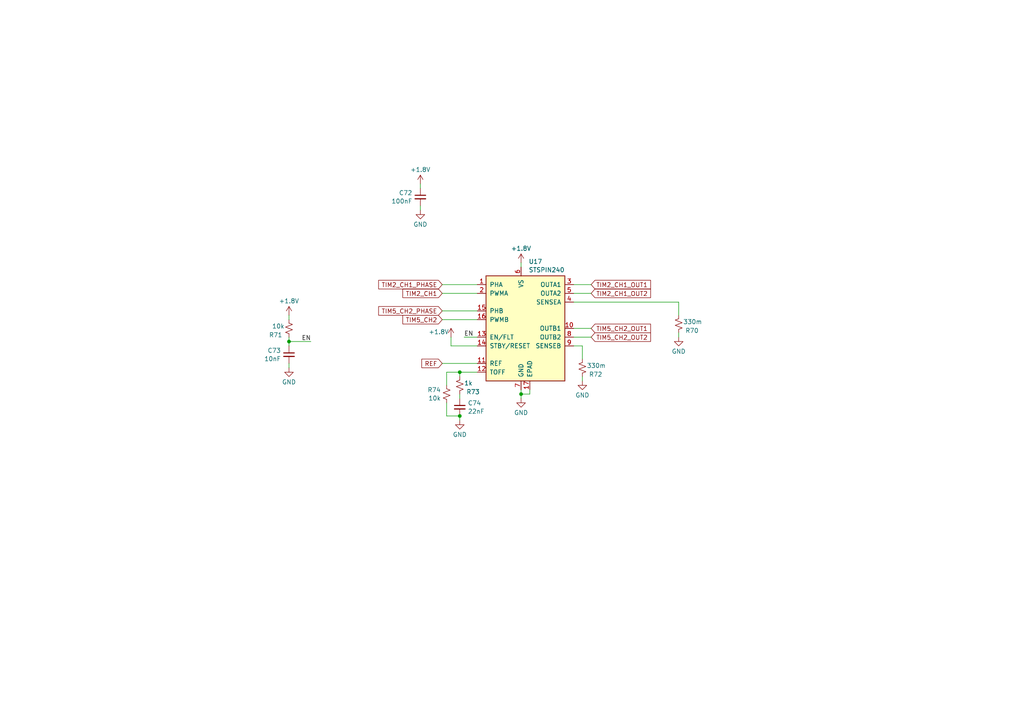
<source format=kicad_sch>
(kicad_sch
	(version 20231120)
	(generator "eeschema")
	(generator_version "8.0")
	(uuid "678b9aec-26bf-4f27-ba87-71e2ec76edda")
	(paper "A4")
	(lib_symbols
		(symbol "Device:C_Small"
			(pin_numbers hide)
			(pin_names
				(offset 0.254) hide)
			(exclude_from_sim no)
			(in_bom yes)
			(on_board yes)
			(property "Reference" "C"
				(at 0.254 1.778 0)
				(effects
					(font
						(size 1.27 1.27)
					)
					(justify left)
				)
			)
			(property "Value" "C_Small"
				(at 0.254 -2.032 0)
				(effects
					(font
						(size 1.27 1.27)
					)
					(justify left)
				)
			)
			(property "Footprint" ""
				(at 0 0 0)
				(effects
					(font
						(size 1.27 1.27)
					)
					(hide yes)
				)
			)
			(property "Datasheet" "~"
				(at 0 0 0)
				(effects
					(font
						(size 1.27 1.27)
					)
					(hide yes)
				)
			)
			(property "Description" "Unpolarized capacitor, small symbol"
				(at 0 0 0)
				(effects
					(font
						(size 1.27 1.27)
					)
					(hide yes)
				)
			)
			(property "ki_keywords" "capacitor cap"
				(at 0 0 0)
				(effects
					(font
						(size 1.27 1.27)
					)
					(hide yes)
				)
			)
			(property "ki_fp_filters" "C_*"
				(at 0 0 0)
				(effects
					(font
						(size 1.27 1.27)
					)
					(hide yes)
				)
			)
			(symbol "C_Small_0_1"
				(polyline
					(pts
						(xy -1.524 -0.508) (xy 1.524 -0.508)
					)
					(stroke
						(width 0.3302)
						(type default)
					)
					(fill
						(type none)
					)
				)
				(polyline
					(pts
						(xy -1.524 0.508) (xy 1.524 0.508)
					)
					(stroke
						(width 0.3048)
						(type default)
					)
					(fill
						(type none)
					)
				)
			)
			(symbol "C_Small_1_1"
				(pin passive line
					(at 0 2.54 270)
					(length 2.032)
					(name "~"
						(effects
							(font
								(size 1.27 1.27)
							)
						)
					)
					(number "1"
						(effects
							(font
								(size 1.27 1.27)
							)
						)
					)
				)
				(pin passive line
					(at 0 -2.54 90)
					(length 2.032)
					(name "~"
						(effects
							(font
								(size 1.27 1.27)
							)
						)
					)
					(number "2"
						(effects
							(font
								(size 1.27 1.27)
							)
						)
					)
				)
			)
		)
		(symbol "Device:R_Small_US"
			(pin_numbers hide)
			(pin_names
				(offset 0.254) hide)
			(exclude_from_sim no)
			(in_bom yes)
			(on_board yes)
			(property "Reference" "R"
				(at 0.762 0.508 0)
				(effects
					(font
						(size 1.27 1.27)
					)
					(justify left)
				)
			)
			(property "Value" "R_Small_US"
				(at 0.762 -1.016 0)
				(effects
					(font
						(size 1.27 1.27)
					)
					(justify left)
				)
			)
			(property "Footprint" ""
				(at 0 0 0)
				(effects
					(font
						(size 1.27 1.27)
					)
					(hide yes)
				)
			)
			(property "Datasheet" "~"
				(at 0 0 0)
				(effects
					(font
						(size 1.27 1.27)
					)
					(hide yes)
				)
			)
			(property "Description" "Resistor, small US symbol"
				(at 0 0 0)
				(effects
					(font
						(size 1.27 1.27)
					)
					(hide yes)
				)
			)
			(property "ki_keywords" "r resistor"
				(at 0 0 0)
				(effects
					(font
						(size 1.27 1.27)
					)
					(hide yes)
				)
			)
			(property "ki_fp_filters" "R_*"
				(at 0 0 0)
				(effects
					(font
						(size 1.27 1.27)
					)
					(hide yes)
				)
			)
			(symbol "R_Small_US_1_1"
				(polyline
					(pts
						(xy 0 0) (xy 1.016 -0.381) (xy 0 -0.762) (xy -1.016 -1.143) (xy 0 -1.524)
					)
					(stroke
						(width 0)
						(type default)
					)
					(fill
						(type none)
					)
				)
				(polyline
					(pts
						(xy 0 1.524) (xy 1.016 1.143) (xy 0 0.762) (xy -1.016 0.381) (xy 0 0)
					)
					(stroke
						(width 0)
						(type default)
					)
					(fill
						(type none)
					)
				)
				(pin passive line
					(at 0 2.54 270)
					(length 1.016)
					(name "~"
						(effects
							(font
								(size 1.27 1.27)
							)
						)
					)
					(number "1"
						(effects
							(font
								(size 1.27 1.27)
							)
						)
					)
				)
				(pin passive line
					(at 0 -2.54 90)
					(length 1.016)
					(name "~"
						(effects
							(font
								(size 1.27 1.27)
							)
						)
					)
					(number "2"
						(effects
							(font
								(size 1.27 1.27)
							)
						)
					)
				)
			)
		)
		(symbol "Driver_Motor:STSPIN240"
			(pin_names
				(offset 1.016)
			)
			(exclude_from_sim no)
			(in_bom yes)
			(on_board yes)
			(property "Reference" "U"
				(at -10.16 16.51 0)
				(effects
					(font
						(size 1.27 1.27)
					)
					(justify left)
				)
			)
			(property "Value" "STSPIN240"
				(at 5.08 16.51 0)
				(effects
					(font
						(size 1.27 1.27)
					)
					(justify left)
				)
			)
			(property "Footprint" "Package_DFN_QFN:VQFN-16-1EP_3x3mm_P0.5mm_EP1.8x1.8mm"
				(at 5.08 19.05 0)
				(effects
					(font
						(size 1.27 1.27)
					)
					(justify left)
					(hide yes)
				)
			)
			(property "Datasheet" "www.st.com/resource/en/datasheet/stspin240.pdf"
				(at 3.81 6.35 0)
				(effects
					(font
						(size 1.27 1.27)
					)
					(hide yes)
				)
			)
			(property "Description" "Low voltage dual brush DC motor driver, 1.8V to 10V input, 1.3Arms output, 0.4Ω Rdson per phase (typical), QFN-16 package"
				(at 0 0 0)
				(effects
					(font
						(size 1.27 1.27)
					)
					(hide yes)
				)
			)
			(property "ki_keywords" "motor driver dc brushed"
				(at 0 0 0)
				(effects
					(font
						(size 1.27 1.27)
					)
					(hide yes)
				)
			)
			(property "ki_fp_filters" "VQFN*1EP*3x3mm*P0.5mm*"
				(at 0 0 0)
				(effects
					(font
						(size 1.27 1.27)
					)
					(hide yes)
				)
			)
			(symbol "STSPIN240_0_1"
				(rectangle
					(start -10.16 15.24)
					(end 12.7 -15.24)
					(stroke
						(width 0.254)
						(type default)
					)
					(fill
						(type background)
					)
				)
			)
			(symbol "STSPIN240_1_1"
				(pin input line
					(at -12.7 12.7 0)
					(length 2.54)
					(name "PHA"
						(effects
							(font
								(size 1.27 1.27)
							)
						)
					)
					(number "1"
						(effects
							(font
								(size 1.27 1.27)
							)
						)
					)
				)
				(pin power_out line
					(at 15.24 0 180)
					(length 2.54)
					(name "OUTB1"
						(effects
							(font
								(size 1.27 1.27)
							)
						)
					)
					(number "10"
						(effects
							(font
								(size 1.27 1.27)
							)
						)
					)
				)
				(pin input line
					(at -12.7 -10.16 0)
					(length 2.54)
					(name "REF"
						(effects
							(font
								(size 1.27 1.27)
							)
						)
					)
					(number "11"
						(effects
							(font
								(size 1.27 1.27)
							)
						)
					)
				)
				(pin input line
					(at -12.7 -12.7 0)
					(length 2.54)
					(name "TOFF"
						(effects
							(font
								(size 1.27 1.27)
							)
						)
					)
					(number "12"
						(effects
							(font
								(size 1.27 1.27)
							)
						)
					)
				)
				(pin bidirectional line
					(at -12.7 -2.54 0)
					(length 2.54)
					(name "EN/FLT"
						(effects
							(font
								(size 1.27 1.27)
							)
						)
					)
					(number "13"
						(effects
							(font
								(size 1.27 1.27)
							)
						)
					)
				)
				(pin input line
					(at -12.7 -5.08 0)
					(length 2.54)
					(name "STBY/RESET"
						(effects
							(font
								(size 1.27 1.27)
							)
						)
					)
					(number "14"
						(effects
							(font
								(size 1.27 1.27)
							)
						)
					)
				)
				(pin input line
					(at -12.7 5.08 0)
					(length 2.54)
					(name "PHB"
						(effects
							(font
								(size 1.27 1.27)
							)
						)
					)
					(number "15"
						(effects
							(font
								(size 1.27 1.27)
							)
						)
					)
				)
				(pin input line
					(at -12.7 2.54 0)
					(length 2.54)
					(name "PWMB"
						(effects
							(font
								(size 1.27 1.27)
							)
						)
					)
					(number "16"
						(effects
							(font
								(size 1.27 1.27)
							)
						)
					)
				)
				(pin power_in line
					(at 2.54 -17.78 90)
					(length 2.54)
					(name "EPAD"
						(effects
							(font
								(size 1.27 1.27)
							)
						)
					)
					(number "17"
						(effects
							(font
								(size 1.27 1.27)
							)
						)
					)
				)
				(pin input line
					(at -12.7 10.16 0)
					(length 2.54)
					(name "PWMA"
						(effects
							(font
								(size 1.27 1.27)
							)
						)
					)
					(number "2"
						(effects
							(font
								(size 1.27 1.27)
							)
						)
					)
				)
				(pin power_out line
					(at 15.24 12.7 180)
					(length 2.54)
					(name "OUTA1"
						(effects
							(font
								(size 1.27 1.27)
							)
						)
					)
					(number "3"
						(effects
							(font
								(size 1.27 1.27)
							)
						)
					)
				)
				(pin power_out line
					(at 15.24 7.62 180)
					(length 2.54)
					(name "SENSEA"
						(effects
							(font
								(size 1.27 1.27)
							)
						)
					)
					(number "4"
						(effects
							(font
								(size 1.27 1.27)
							)
						)
					)
				)
				(pin power_out line
					(at 15.24 10.16 180)
					(length 2.54)
					(name "OUTA2"
						(effects
							(font
								(size 1.27 1.27)
							)
						)
					)
					(number "5"
						(effects
							(font
								(size 1.27 1.27)
							)
						)
					)
				)
				(pin power_in line
					(at 0 17.78 270)
					(length 2.54)
					(name "VS"
						(effects
							(font
								(size 1.27 1.27)
							)
						)
					)
					(number "6"
						(effects
							(font
								(size 1.27 1.27)
							)
						)
					)
				)
				(pin power_in line
					(at 0 -17.78 90)
					(length 2.54)
					(name "GND"
						(effects
							(font
								(size 1.27 1.27)
							)
						)
					)
					(number "7"
						(effects
							(font
								(size 1.27 1.27)
							)
						)
					)
				)
				(pin power_out line
					(at 15.24 -2.54 180)
					(length 2.54)
					(name "OUTB2"
						(effects
							(font
								(size 1.27 1.27)
							)
						)
					)
					(number "8"
						(effects
							(font
								(size 1.27 1.27)
							)
						)
					)
				)
				(pin power_out line
					(at 15.24 -5.08 180)
					(length 2.54)
					(name "SENSEB"
						(effects
							(font
								(size 1.27 1.27)
							)
						)
					)
					(number "9"
						(effects
							(font
								(size 1.27 1.27)
							)
						)
					)
				)
			)
		)
		(symbol "power:+1V8"
			(power)
			(pin_names
				(offset 0)
			)
			(exclude_from_sim no)
			(in_bom yes)
			(on_board yes)
			(property "Reference" "#PWR"
				(at 0 -3.81 0)
				(effects
					(font
						(size 1.27 1.27)
					)
					(hide yes)
				)
			)
			(property "Value" "+1V8"
				(at 0 3.556 0)
				(effects
					(font
						(size 1.27 1.27)
					)
				)
			)
			(property "Footprint" ""
				(at 0 0 0)
				(effects
					(font
						(size 1.27 1.27)
					)
					(hide yes)
				)
			)
			(property "Datasheet" ""
				(at 0 0 0)
				(effects
					(font
						(size 1.27 1.27)
					)
					(hide yes)
				)
			)
			(property "Description" "Power symbol creates a global label with name \"+1V8\""
				(at 0 0 0)
				(effects
					(font
						(size 1.27 1.27)
					)
					(hide yes)
				)
			)
			(property "ki_keywords" "global power"
				(at 0 0 0)
				(effects
					(font
						(size 1.27 1.27)
					)
					(hide yes)
				)
			)
			(symbol "+1V8_0_1"
				(polyline
					(pts
						(xy -0.762 1.27) (xy 0 2.54)
					)
					(stroke
						(width 0)
						(type default)
					)
					(fill
						(type none)
					)
				)
				(polyline
					(pts
						(xy 0 0) (xy 0 2.54)
					)
					(stroke
						(width 0)
						(type default)
					)
					(fill
						(type none)
					)
				)
				(polyline
					(pts
						(xy 0 2.54) (xy 0.762 1.27)
					)
					(stroke
						(width 0)
						(type default)
					)
					(fill
						(type none)
					)
				)
			)
			(symbol "+1V8_1_1"
				(pin power_in line
					(at 0 0 90)
					(length 0) hide
					(name "+1V8"
						(effects
							(font
								(size 1.27 1.27)
							)
						)
					)
					(number "1"
						(effects
							(font
								(size 1.27 1.27)
							)
						)
					)
				)
			)
		)
		(symbol "power:GND"
			(power)
			(pin_names
				(offset 0)
			)
			(exclude_from_sim no)
			(in_bom yes)
			(on_board yes)
			(property "Reference" "#PWR"
				(at 0 -6.35 0)
				(effects
					(font
						(size 1.27 1.27)
					)
					(hide yes)
				)
			)
			(property "Value" "GND"
				(at 0 -3.81 0)
				(effects
					(font
						(size 1.27 1.27)
					)
				)
			)
			(property "Footprint" ""
				(at 0 0 0)
				(effects
					(font
						(size 1.27 1.27)
					)
					(hide yes)
				)
			)
			(property "Datasheet" ""
				(at 0 0 0)
				(effects
					(font
						(size 1.27 1.27)
					)
					(hide yes)
				)
			)
			(property "Description" "Power symbol creates a global label with name \"GND\" , ground"
				(at 0 0 0)
				(effects
					(font
						(size 1.27 1.27)
					)
					(hide yes)
				)
			)
			(property "ki_keywords" "global power"
				(at 0 0 0)
				(effects
					(font
						(size 1.27 1.27)
					)
					(hide yes)
				)
			)
			(symbol "GND_0_1"
				(polyline
					(pts
						(xy 0 0) (xy 0 -1.27) (xy 1.27 -1.27) (xy 0 -2.54) (xy -1.27 -1.27) (xy 0 -1.27)
					)
					(stroke
						(width 0)
						(type default)
					)
					(fill
						(type none)
					)
				)
			)
			(symbol "GND_1_1"
				(pin power_in line
					(at 0 0 270)
					(length 0) hide
					(name "GND"
						(effects
							(font
								(size 1.27 1.27)
							)
						)
					)
					(number "1"
						(effects
							(font
								(size 1.27 1.27)
							)
						)
					)
				)
			)
		)
	)
	(junction
		(at 133.35 120.65)
		(diameter 0)
		(color 0 0 0 0)
		(uuid "42d6576e-fadb-4563-9fc6-3a42c8f7e3c8")
	)
	(junction
		(at 133.35 107.95)
		(diameter 0)
		(color 0 0 0 0)
		(uuid "667f0bd6-b12d-4faa-987f-927ccb27679f")
	)
	(junction
		(at 151.13 114.3)
		(diameter 0)
		(color 0 0 0 0)
		(uuid "b8536958-cabd-4320-bfca-2face8fcc9a7")
	)
	(junction
		(at 83.82 99.06)
		(diameter 0)
		(color 0 0 0 0)
		(uuid "d7e75411-1de3-452c-afc2-da1331c922c2")
	)
	(wire
		(pts
			(xy 151.13 76.2) (xy 151.13 77.47)
		)
		(stroke
			(width 0)
			(type default)
		)
		(uuid "0df78f29-7091-44f6-a730-ef372ed57675")
	)
	(wire
		(pts
			(xy 133.35 107.95) (xy 133.35 109.22)
		)
		(stroke
			(width 0)
			(type default)
		)
		(uuid "136b5161-d7ef-4375-aa91-e102651a4665")
	)
	(wire
		(pts
			(xy 168.91 100.33) (xy 166.37 100.33)
		)
		(stroke
			(width 0)
			(type default)
		)
		(uuid "154c620a-04df-4b2c-84d6-36da2c79bbea")
	)
	(wire
		(pts
			(xy 121.92 59.69) (xy 121.92 60.96)
		)
		(stroke
			(width 0)
			(type default)
		)
		(uuid "1ea7bd63-8734-448b-980b-014f4ca342f1")
	)
	(wire
		(pts
			(xy 133.35 114.3) (xy 133.35 115.57)
		)
		(stroke
			(width 0)
			(type default)
		)
		(uuid "2081ed10-af47-4487-84ed-017469b4fdb8")
	)
	(wire
		(pts
			(xy 128.27 92.71) (xy 138.43 92.71)
		)
		(stroke
			(width 0)
			(type default)
		)
		(uuid "24beaf91-e7d3-4e03-a638-690a46340679")
	)
	(wire
		(pts
			(xy 168.91 109.22) (xy 168.91 110.49)
		)
		(stroke
			(width 0)
			(type default)
		)
		(uuid "32926c58-e476-43b4-99b4-f50b1bd7289c")
	)
	(wire
		(pts
			(xy 83.82 99.06) (xy 83.82 100.33)
		)
		(stroke
			(width 0)
			(type default)
		)
		(uuid "3421b40e-45e7-4ac7-915c-5c46804131b9")
	)
	(wire
		(pts
			(xy 129.54 120.65) (xy 133.35 120.65)
		)
		(stroke
			(width 0)
			(type default)
		)
		(uuid "416fd5ac-a650-418e-931e-fcded8135e33")
	)
	(wire
		(pts
			(xy 128.27 90.17) (xy 138.43 90.17)
		)
		(stroke
			(width 0)
			(type default)
		)
		(uuid "424cc603-8d4e-4823-ae49-81b1618ee283")
	)
	(wire
		(pts
			(xy 168.91 104.14) (xy 168.91 100.33)
		)
		(stroke
			(width 0)
			(type default)
		)
		(uuid "48380410-9649-43e2-908f-c3ad67ad29b7")
	)
	(wire
		(pts
			(xy 151.13 113.03) (xy 151.13 114.3)
		)
		(stroke
			(width 0)
			(type default)
		)
		(uuid "5cf3c158-a797-45ff-8d5c-d0d1fafe3a22")
	)
	(wire
		(pts
			(xy 83.82 105.41) (xy 83.82 106.68)
		)
		(stroke
			(width 0)
			(type default)
		)
		(uuid "63b91a7c-7c95-4637-acd6-fcc77520c5dc")
	)
	(wire
		(pts
			(xy 196.85 87.63) (xy 196.85 91.44)
		)
		(stroke
			(width 0)
			(type default)
		)
		(uuid "6e4cef16-5184-4768-b13c-e683484dc67d")
	)
	(wire
		(pts
			(xy 129.54 107.95) (xy 133.35 107.95)
		)
		(stroke
			(width 0)
			(type default)
		)
		(uuid "7a2f5d6d-f89b-4009-be9b-50d00f32949b")
	)
	(wire
		(pts
			(xy 128.27 82.55) (xy 138.43 82.55)
		)
		(stroke
			(width 0)
			(type default)
		)
		(uuid "803c6951-769d-4787-a8a8-9d5548901c73")
	)
	(wire
		(pts
			(xy 121.92 53.34) (xy 121.92 54.61)
		)
		(stroke
			(width 0)
			(type default)
		)
		(uuid "81df2ca9-c94f-4f2b-a3c6-fd7d2f5cd330")
	)
	(wire
		(pts
			(xy 171.45 97.79) (xy 166.37 97.79)
		)
		(stroke
			(width 0)
			(type default)
		)
		(uuid "86b89144-a35d-4606-bee6-e66409accc8b")
	)
	(wire
		(pts
			(xy 138.43 97.79) (xy 134.62 97.79)
		)
		(stroke
			(width 0)
			(type default)
		)
		(uuid "87ebdfcb-394e-45c3-bb85-92d5e78fab56")
	)
	(wire
		(pts
			(xy 128.27 85.09) (xy 138.43 85.09)
		)
		(stroke
			(width 0)
			(type default)
		)
		(uuid "8e1f1e4d-a6da-4aa4-97a4-ceec37ac802b")
	)
	(wire
		(pts
			(xy 171.45 82.55) (xy 166.37 82.55)
		)
		(stroke
			(width 0)
			(type default)
		)
		(uuid "9073e5b9-c9af-4baa-b7cc-01e4e0e8170f")
	)
	(wire
		(pts
			(xy 133.35 107.95) (xy 138.43 107.95)
		)
		(stroke
			(width 0)
			(type default)
		)
		(uuid "af0d2cc6-489d-454c-9b05-ca897f917682")
	)
	(wire
		(pts
			(xy 130.81 100.33) (xy 138.43 100.33)
		)
		(stroke
			(width 0)
			(type default)
		)
		(uuid "b17469f9-4bfa-4158-bb7d-36070dad954a")
	)
	(wire
		(pts
			(xy 130.81 97.79) (xy 130.81 100.33)
		)
		(stroke
			(width 0)
			(type default)
		)
		(uuid "b99a87d4-af7a-4089-919c-45c7b3e63e22")
	)
	(wire
		(pts
			(xy 83.82 97.79) (xy 83.82 99.06)
		)
		(stroke
			(width 0)
			(type default)
		)
		(uuid "bab4188a-e630-4411-9ebd-0ebfae15cdb7")
	)
	(wire
		(pts
			(xy 171.45 85.09) (xy 166.37 85.09)
		)
		(stroke
			(width 0)
			(type default)
		)
		(uuid "bdd1b05d-dd6b-43d2-8213-f03d27a27000")
	)
	(wire
		(pts
			(xy 151.13 114.3) (xy 151.13 115.57)
		)
		(stroke
			(width 0)
			(type default)
		)
		(uuid "c05a63b7-2286-49ac-88b8-9c002ca85a9b")
	)
	(wire
		(pts
			(xy 196.85 87.63) (xy 166.37 87.63)
		)
		(stroke
			(width 0)
			(type default)
		)
		(uuid "c703d5d0-28ac-450a-9e81-ebc92b083f82")
	)
	(wire
		(pts
			(xy 128.27 105.41) (xy 138.43 105.41)
		)
		(stroke
			(width 0)
			(type default)
		)
		(uuid "d35195cc-7528-460d-9bc1-1c284727c64a")
	)
	(wire
		(pts
			(xy 129.54 116.84) (xy 129.54 120.65)
		)
		(stroke
			(width 0)
			(type default)
		)
		(uuid "df4c6b07-3cee-4d76-82ac-68278b1b2a0b")
	)
	(wire
		(pts
			(xy 83.82 91.44) (xy 83.82 92.71)
		)
		(stroke
			(width 0)
			(type default)
		)
		(uuid "e0f0e4df-3c11-491b-8c83-7b2feb1c5868")
	)
	(wire
		(pts
			(xy 153.67 114.3) (xy 153.67 113.03)
		)
		(stroke
			(width 0)
			(type default)
		)
		(uuid "e511d5ce-c0d6-4f17-bf9c-e17cd78b2211")
	)
	(wire
		(pts
			(xy 83.82 99.06) (xy 90.17 99.06)
		)
		(stroke
			(width 0)
			(type default)
		)
		(uuid "e535f119-b11d-44d9-8320-a66c01ce3ac1")
	)
	(wire
		(pts
			(xy 129.54 107.95) (xy 129.54 111.76)
		)
		(stroke
			(width 0)
			(type default)
		)
		(uuid "ea7df6dd-d206-4b50-ba0f-4867bd8d5e3c")
	)
	(wire
		(pts
			(xy 196.85 96.52) (xy 196.85 97.79)
		)
		(stroke
			(width 0)
			(type default)
		)
		(uuid "eedb8325-9b7d-43e3-aeb3-3c1bcc0fd479")
	)
	(wire
		(pts
			(xy 151.13 114.3) (xy 153.67 114.3)
		)
		(stroke
			(width 0)
			(type default)
		)
		(uuid "f25e5032-c755-44ef-8098-cb8f9e78830f")
	)
	(wire
		(pts
			(xy 171.45 95.25) (xy 166.37 95.25)
		)
		(stroke
			(width 0)
			(type default)
		)
		(uuid "f53cb537-a4c1-47fa-b30f-4b9840c5326a")
	)
	(wire
		(pts
			(xy 133.35 121.92) (xy 133.35 120.65)
		)
		(stroke
			(width 0)
			(type default)
		)
		(uuid "fcb6524b-ad1e-4656-ace8-fb400e227a7f")
	)
	(label "EN"
		(at 134.62 97.79 0)
		(fields_autoplaced yes)
		(effects
			(font
				(size 1.27 1.27)
			)
			(justify left bottom)
		)
		(uuid "2d735b23-4b75-4cc8-8522-77b72559e13e")
	)
	(label "EN"
		(at 90.17 99.06 180)
		(fields_autoplaced yes)
		(effects
			(font
				(size 1.27 1.27)
			)
			(justify right bottom)
		)
		(uuid "fc3e2e52-2328-484c-bc85-8e920ea7a8f4")
	)
	(global_label "TIM2_CH1_OUT2"
		(shape input)
		(at 171.45 85.09 0)
		(fields_autoplaced yes)
		(effects
			(font
				(size 1.27 1.27)
			)
			(justify left)
		)
		(uuid "1219b311-4e49-47f8-b8a0-2f7e736e920e")
		(property "Intersheetrefs" "${INTERSHEET_REFS}"
			(at 189.2518 85.09 0)
			(effects
				(font
					(size 1.27 1.27)
				)
				(justify left)
				(hide yes)
			)
		)
	)
	(global_label "TIM5_CH2"
		(shape input)
		(at 128.27 92.71 180)
		(fields_autoplaced yes)
		(effects
			(font
				(size 1.27 1.27)
			)
			(justify right)
		)
		(uuid "58b2eda6-4dac-4b30-9252-55102a16717b")
		(property "Intersheetrefs" "${INTERSHEET_REFS}"
			(at 116.2739 92.71 0)
			(effects
				(font
					(size 1.27 1.27)
				)
				(justify right)
				(hide yes)
			)
		)
	)
	(global_label "TIM5_CH2_PHASE"
		(shape input)
		(at 128.27 90.17 180)
		(fields_autoplaced yes)
		(effects
			(font
				(size 1.27 1.27)
			)
			(justify right)
		)
		(uuid "8b813cc2-a0aa-4d22-9809-183b5a09753d")
		(property "Intersheetrefs" "${INTERSHEET_REFS}"
			(at 109.2587 90.17 0)
			(effects
				(font
					(size 1.27 1.27)
				)
				(justify right)
				(hide yes)
			)
		)
	)
	(global_label "REF"
		(shape input)
		(at 128.27 105.41 180)
		(fields_autoplaced yes)
		(effects
			(font
				(size 1.27 1.27)
			)
			(justify right)
		)
		(uuid "a0dc2bc4-5b4f-4c18-86e8-8fa5de828bae")
		(property "Intersheetrefs" "${INTERSHEET_REFS}"
			(at 121.7772 105.41 0)
			(effects
				(font
					(size 1.27 1.27)
				)
				(justify right)
				(hide yes)
			)
		)
	)
	(global_label "TIM2_CH1_PHASE"
		(shape input)
		(at 128.27 82.55 180)
		(fields_autoplaced yes)
		(effects
			(font
				(size 1.27 1.27)
			)
			(justify right)
		)
		(uuid "a4881ba1-4837-43a5-b98c-30b78eaa4774")
		(property "Intersheetrefs" "${INTERSHEET_REFS}"
			(at 109.2587 82.55 0)
			(effects
				(font
					(size 1.27 1.27)
				)
				(justify right)
				(hide yes)
			)
		)
	)
	(global_label "TIM2_CH1_OUT1"
		(shape input)
		(at 171.45 82.55 0)
		(fields_autoplaced yes)
		(effects
			(font
				(size 1.27 1.27)
			)
			(justify left)
		)
		(uuid "b0662ef8-b2c3-41f7-9a17-4993036bf029")
		(property "Intersheetrefs" "${INTERSHEET_REFS}"
			(at 189.2518 82.55 0)
			(effects
				(font
					(size 1.27 1.27)
				)
				(justify left)
				(hide yes)
			)
		)
	)
	(global_label "TIM2_CH1"
		(shape input)
		(at 128.27 85.09 180)
		(fields_autoplaced yes)
		(effects
			(font
				(size 1.27 1.27)
			)
			(justify right)
		)
		(uuid "b6dee8e1-f56e-4501-a1ed-fa3e6493b6f5")
		(property "Intersheetrefs" "${INTERSHEET_REFS}"
			(at 116.2739 85.09 0)
			(effects
				(font
					(size 1.27 1.27)
				)
				(justify right)
				(hide yes)
			)
		)
	)
	(global_label "TIM5_CH2_OUT2"
		(shape input)
		(at 171.45 97.79 0)
		(fields_autoplaced yes)
		(effects
			(font
				(size 1.27 1.27)
			)
			(justify left)
		)
		(uuid "d17ebb9f-01c8-4fbc-9d84-cc898731f5b3")
		(property "Intersheetrefs" "${INTERSHEET_REFS}"
			(at 189.2518 97.79 0)
			(effects
				(font
					(size 1.27 1.27)
				)
				(justify left)
				(hide yes)
			)
		)
	)
	(global_label "TIM5_CH2_OUT1"
		(shape input)
		(at 171.45 95.25 0)
		(fields_autoplaced yes)
		(effects
			(font
				(size 1.27 1.27)
			)
			(justify left)
		)
		(uuid "f8963444-618f-4bee-82bc-40583917ca01")
		(property "Intersheetrefs" "${INTERSHEET_REFS}"
			(at 189.2518 95.25 0)
			(effects
				(font
					(size 1.27 1.27)
				)
				(justify left)
				(hide yes)
			)
		)
	)
	(symbol
		(lib_id "Device:R_Small_US")
		(at 133.35 111.76 0)
		(mirror y)
		(unit 1)
		(exclude_from_sim no)
		(in_bom yes)
		(on_board yes)
		(dnp no)
		(uuid "08d3599f-af0c-44bb-81d5-91e8f1f358cf")
		(property "Reference" "R73"
			(at 135.255 113.665 0)
			(effects
				(font
					(size 1.27 1.27)
				)
				(justify right)
			)
		)
		(property "Value" "1k"
			(at 134.62 111.125 0)
			(effects
				(font
					(size 1.27 1.27)
				)
				(justify right)
			)
		)
		(property "Footprint" "Resistor_SMD:R_0402_1005Metric"
			(at 133.35 111.76 0)
			(effects
				(font
					(size 1.27 1.27)
				)
				(hide yes)
			)
		)
		(property "Datasheet" "~"
			(at 133.35 111.76 0)
			(effects
				(font
					(size 1.27 1.27)
				)
				(hide yes)
			)
		)
		(property "Description" ""
			(at 133.35 111.76 0)
			(effects
				(font
					(size 1.27 1.27)
				)
				(hide yes)
			)
		)
		(property "LCSC" "C11702"
			(at 133.35 111.76 0)
			(effects
				(font
					(size 1.27 1.27)
				)
				(hide yes)
			)
		)
		(pin "1"
			(uuid "520cc536-f2af-4093-9c89-99c22b303949")
		)
		(pin "2"
			(uuid "6d27895e-5584-4a35-a191-ef74435461a2")
		)
		(instances
			(project "kasm_pcb_rev2"
				(path "/b88f3414-095b-412c-ac5e-63ceec91c7e6/2d3f9a94-2f4e-4d4f-b431-cd37d3bb57a3/dc97e6a2-efc9-4beb-840f-d6ce80725a44"
					(reference "R73")
					(unit 1)
				)
			)
		)
	)
	(symbol
		(lib_id "power:GND")
		(at 151.13 115.57 0)
		(unit 1)
		(exclude_from_sim no)
		(in_bom yes)
		(on_board yes)
		(dnp no)
		(uuid "0999cc4d-196e-43d7-9300-6dc4805e5618")
		(property "Reference" "#PWR0174"
			(at 151.13 121.92 0)
			(effects
				(font
					(size 1.27 1.27)
				)
				(hide yes)
			)
		)
		(property "Value" "GND"
			(at 151.13 119.7031 0)
			(effects
				(font
					(size 1.27 1.27)
				)
			)
		)
		(property "Footprint" ""
			(at 151.13 115.57 0)
			(effects
				(font
					(size 1.27 1.27)
				)
				(hide yes)
			)
		)
		(property "Datasheet" ""
			(at 151.13 115.57 0)
			(effects
				(font
					(size 1.27 1.27)
				)
				(hide yes)
			)
		)
		(property "Description" ""
			(at 151.13 115.57 0)
			(effects
				(font
					(size 1.27 1.27)
				)
				(hide yes)
			)
		)
		(pin "1"
			(uuid "01c8d304-92ab-4c38-9ee6-bb49e7f47521")
		)
		(instances
			(project "kasm_pcb_rev2"
				(path "/b88f3414-095b-412c-ac5e-63ceec91c7e6/2d3f9a94-2f4e-4d4f-b431-cd37d3bb57a3/dc97e6a2-efc9-4beb-840f-d6ce80725a44"
					(reference "#PWR0174")
					(unit 1)
				)
			)
		)
	)
	(symbol
		(lib_id "Device:R_Small_US")
		(at 196.85 93.98 0)
		(mirror y)
		(unit 1)
		(exclude_from_sim no)
		(in_bom yes)
		(on_board yes)
		(dnp no)
		(uuid "0c943832-355b-4dd2-80d1-86cc87ab732c")
		(property "Reference" "R70"
			(at 198.755 95.885 0)
			(effects
				(font
					(size 1.27 1.27)
				)
				(justify right)
			)
		)
		(property "Value" "330m"
			(at 198.12 93.345 0)
			(effects
				(font
					(size 1.27 1.27)
				)
				(justify right)
			)
		)
		(property "Footprint" "Resistor_SMD:R_0402_1005Metric"
			(at 196.85 93.98 0)
			(effects
				(font
					(size 1.27 1.27)
				)
				(hide yes)
			)
		)
		(property "Datasheet" "~"
			(at 196.85 93.98 0)
			(effects
				(font
					(size 1.27 1.27)
				)
				(hide yes)
			)
		)
		(property "Description" ""
			(at 196.85 93.98 0)
			(effects
				(font
					(size 1.27 1.27)
				)
				(hide yes)
			)
		)
		(property "LCSC" "C332660"
			(at 196.85 93.98 0)
			(effects
				(font
					(size 1.27 1.27)
				)
				(hide yes)
			)
		)
		(pin "1"
			(uuid "57d730c9-355f-4784-b711-036a1073d2a4")
		)
		(pin "2"
			(uuid "b0acd83e-7dfa-44f5-8902-f6cbfe4aaaab")
		)
		(instances
			(project "kasm_pcb_rev2"
				(path "/b88f3414-095b-412c-ac5e-63ceec91c7e6/2d3f9a94-2f4e-4d4f-b431-cd37d3bb57a3/dc97e6a2-efc9-4beb-840f-d6ce80725a44"
					(reference "R70")
					(unit 1)
				)
			)
		)
	)
	(symbol
		(lib_id "power:GND")
		(at 133.35 121.92 0)
		(unit 1)
		(exclude_from_sim no)
		(in_bom yes)
		(on_board yes)
		(dnp no)
		(uuid "14826b93-6e2a-40a6-8261-c4025ad4b572")
		(property "Reference" "#PWR0175"
			(at 133.35 128.27 0)
			(effects
				(font
					(size 1.27 1.27)
				)
				(hide yes)
			)
		)
		(property "Value" "GND"
			(at 133.35 126.0531 0)
			(effects
				(font
					(size 1.27 1.27)
				)
			)
		)
		(property "Footprint" ""
			(at 133.35 121.92 0)
			(effects
				(font
					(size 1.27 1.27)
				)
				(hide yes)
			)
		)
		(property "Datasheet" ""
			(at 133.35 121.92 0)
			(effects
				(font
					(size 1.27 1.27)
				)
				(hide yes)
			)
		)
		(property "Description" ""
			(at 133.35 121.92 0)
			(effects
				(font
					(size 1.27 1.27)
				)
				(hide yes)
			)
		)
		(pin "1"
			(uuid "e8b8079c-b48f-4a26-a36d-ad370f272bfa")
		)
		(instances
			(project "kasm_pcb_rev2"
				(path "/b88f3414-095b-412c-ac5e-63ceec91c7e6/2d3f9a94-2f4e-4d4f-b431-cd37d3bb57a3/dc97e6a2-efc9-4beb-840f-d6ce80725a44"
					(reference "#PWR0175")
					(unit 1)
				)
			)
		)
	)
	(symbol
		(lib_id "Device:R_Small_US")
		(at 83.82 95.25 0)
		(unit 1)
		(exclude_from_sim no)
		(in_bom yes)
		(on_board yes)
		(dnp no)
		(uuid "23119a32-3781-4e14-9518-f3722f383c32")
		(property "Reference" "R71"
			(at 81.915 97.155 0)
			(effects
				(font
					(size 1.27 1.27)
				)
				(justify right)
			)
		)
		(property "Value" "10k"
			(at 82.55 94.615 0)
			(effects
				(font
					(size 1.27 1.27)
				)
				(justify right)
			)
		)
		(property "Footprint" "Resistor_SMD:R_0402_1005Metric"
			(at 83.82 95.25 0)
			(effects
				(font
					(size 1.27 1.27)
				)
				(hide yes)
			)
		)
		(property "Datasheet" "~"
			(at 83.82 95.25 0)
			(effects
				(font
					(size 1.27 1.27)
				)
				(hide yes)
			)
		)
		(property "Description" ""
			(at 83.82 95.25 0)
			(effects
				(font
					(size 1.27 1.27)
				)
				(hide yes)
			)
		)
		(property "LCSC" "C25744"
			(at 83.82 95.25 0)
			(effects
				(font
					(size 1.27 1.27)
				)
				(hide yes)
			)
		)
		(pin "1"
			(uuid "d81662fd-b7ee-4cd3-835e-4201edb14a83")
		)
		(pin "2"
			(uuid "161611a2-a90e-4351-9765-90a80e4e7081")
		)
		(instances
			(project "kasm_pcb_rev2"
				(path "/b88f3414-095b-412c-ac5e-63ceec91c7e6/2d3f9a94-2f4e-4d4f-b431-cd37d3bb57a3/dc97e6a2-efc9-4beb-840f-d6ce80725a44"
					(reference "R71")
					(unit 1)
				)
			)
		)
	)
	(symbol
		(lib_id "power:+1V8")
		(at 130.81 97.79 0)
		(unit 1)
		(exclude_from_sim no)
		(in_bom yes)
		(on_board yes)
		(dnp no)
		(uuid "47419cb7-ae1c-489c-b519-ae9a5c0d2b1e")
		(property "Reference" "#PWR0170"
			(at 130.81 101.6 0)
			(effects
				(font
					(size 1.27 1.27)
				)
				(hide yes)
			)
		)
		(property "Value" "+1.8V"
			(at 127.254 96.266 0)
			(effects
				(font
					(size 1.27 1.27)
				)
			)
		)
		(property "Footprint" ""
			(at 130.81 97.79 0)
			(effects
				(font
					(size 1.27 1.27)
				)
				(hide yes)
			)
		)
		(property "Datasheet" ""
			(at 130.81 97.79 0)
			(effects
				(font
					(size 1.27 1.27)
				)
				(hide yes)
			)
		)
		(property "Description" ""
			(at 130.81 97.79 0)
			(effects
				(font
					(size 1.27 1.27)
				)
				(hide yes)
			)
		)
		(pin "1"
			(uuid "053ca9e1-1fa5-4cbe-93b1-01fdae85988d")
		)
		(instances
			(project "kasm_pcb_rev2"
				(path "/b88f3414-095b-412c-ac5e-63ceec91c7e6/2d3f9a94-2f4e-4d4f-b431-cd37d3bb57a3/dc97e6a2-efc9-4beb-840f-d6ce80725a44"
					(reference "#PWR0170")
					(unit 1)
				)
			)
		)
	)
	(symbol
		(lib_id "Device:R_Small_US")
		(at 168.91 106.68 0)
		(mirror y)
		(unit 1)
		(exclude_from_sim no)
		(in_bom yes)
		(on_board yes)
		(dnp no)
		(uuid "573e37f4-27b0-4a2f-aa61-feaccf55e8aa")
		(property "Reference" "R72"
			(at 170.815 108.585 0)
			(effects
				(font
					(size 1.27 1.27)
				)
				(justify right)
			)
		)
		(property "Value" "330m"
			(at 170.18 106.045 0)
			(effects
				(font
					(size 1.27 1.27)
				)
				(justify right)
			)
		)
		(property "Footprint" "Resistor_SMD:R_0402_1005Metric"
			(at 168.91 106.68 0)
			(effects
				(font
					(size 1.27 1.27)
				)
				(hide yes)
			)
		)
		(property "Datasheet" "~"
			(at 168.91 106.68 0)
			(effects
				(font
					(size 1.27 1.27)
				)
				(hide yes)
			)
		)
		(property "Description" ""
			(at 168.91 106.68 0)
			(effects
				(font
					(size 1.27 1.27)
				)
				(hide yes)
			)
		)
		(property "LCSC" "C332660"
			(at 168.91 106.68 0)
			(effects
				(font
					(size 1.27 1.27)
				)
				(hide yes)
			)
		)
		(pin "1"
			(uuid "deb5ea79-eada-4ab9-8293-e45ffe29325b")
		)
		(pin "2"
			(uuid "9fb9f794-63ce-4561-8109-da4072feb646")
		)
		(instances
			(project "kasm_pcb_rev2"
				(path "/b88f3414-095b-412c-ac5e-63ceec91c7e6/2d3f9a94-2f4e-4d4f-b431-cd37d3bb57a3/dc97e6a2-efc9-4beb-840f-d6ce80725a44"
					(reference "R72")
					(unit 1)
				)
			)
		)
	)
	(symbol
		(lib_id "Device:C_Small")
		(at 83.82 102.87 0)
		(mirror y)
		(unit 1)
		(exclude_from_sim no)
		(in_bom yes)
		(on_board yes)
		(dnp no)
		(uuid "8bbefa2f-93dc-492f-a9f9-ce6467de0313")
		(property "Reference" "C73"
			(at 81.4959 101.6642 0)
			(effects
				(font
					(size 1.27 1.27)
				)
				(justify left)
			)
		)
		(property "Value" "10nF"
			(at 81.4959 104.0884 0)
			(effects
				(font
					(size 1.27 1.27)
				)
				(justify left)
			)
		)
		(property "Footprint" "Capacitor_SMD:C_0402_1005Metric"
			(at 83.82 102.87 0)
			(effects
				(font
					(size 1.27 1.27)
				)
				(hide yes)
			)
		)
		(property "Datasheet" "~"
			(at 83.82 102.87 0)
			(effects
				(font
					(size 1.27 1.27)
				)
				(hide yes)
			)
		)
		(property "Description" ""
			(at 83.82 102.87 0)
			(effects
				(font
					(size 1.27 1.27)
				)
				(hide yes)
			)
		)
		(property "LCSC" "C15195"
			(at 83.82 102.87 0)
			(effects
				(font
					(size 1.27 1.27)
				)
				(hide yes)
			)
		)
		(pin "1"
			(uuid "4a0b128f-1011-4cfc-a4f9-a184f8f367cb")
		)
		(pin "2"
			(uuid "7ee64186-dbfa-4b56-9658-efb851b27027")
		)
		(instances
			(project "kasm_pcb_rev2"
				(path "/b88f3414-095b-412c-ac5e-63ceec91c7e6/2d3f9a94-2f4e-4d4f-b431-cd37d3bb57a3/dc97e6a2-efc9-4beb-840f-d6ce80725a44"
					(reference "C73")
					(unit 1)
				)
			)
		)
	)
	(symbol
		(lib_id "Device:C_Small")
		(at 133.35 118.11 0)
		(unit 1)
		(exclude_from_sim no)
		(in_bom yes)
		(on_board yes)
		(dnp no)
		(uuid "a4b32b01-09cd-40d7-b4bd-05e6b14c732a")
		(property "Reference" "C74"
			(at 135.6741 116.9042 0)
			(effects
				(font
					(size 1.27 1.27)
				)
				(justify left)
			)
		)
		(property "Value" "22nF"
			(at 135.6741 119.3284 0)
			(effects
				(font
					(size 1.27 1.27)
				)
				(justify left)
			)
		)
		(property "Footprint" "Capacitor_SMD:C_0402_1005Metric"
			(at 133.35 118.11 0)
			(effects
				(font
					(size 1.27 1.27)
				)
				(hide yes)
			)
		)
		(property "Datasheet" "~"
			(at 133.35 118.11 0)
			(effects
				(font
					(size 1.27 1.27)
				)
				(hide yes)
			)
		)
		(property "Description" ""
			(at 133.35 118.11 0)
			(effects
				(font
					(size 1.27 1.27)
				)
				(hide yes)
			)
		)
		(property "LCSC" "C1532"
			(at 133.35 118.11 0)
			(effects
				(font
					(size 1.27 1.27)
				)
				(hide yes)
			)
		)
		(pin "1"
			(uuid "8b85e93a-1364-406f-b041-5332cdf1f0d7")
		)
		(pin "2"
			(uuid "1180bcc9-8394-4f27-9980-bdad24b10085")
		)
		(instances
			(project "kasm_pcb_rev2"
				(path "/b88f3414-095b-412c-ac5e-63ceec91c7e6/2d3f9a94-2f4e-4d4f-b431-cd37d3bb57a3/dc97e6a2-efc9-4beb-840f-d6ce80725a44"
					(reference "C74")
					(unit 1)
				)
			)
		)
	)
	(symbol
		(lib_id "power:GND")
		(at 83.82 106.68 0)
		(unit 1)
		(exclude_from_sim no)
		(in_bom yes)
		(on_board yes)
		(dnp no)
		(uuid "a7e209d7-8814-4e15-94e5-c596746dcf1c")
		(property "Reference" "#PWR0172"
			(at 83.82 113.03 0)
			(effects
				(font
					(size 1.27 1.27)
				)
				(hide yes)
			)
		)
		(property "Value" "GND"
			(at 83.82 110.8131 0)
			(effects
				(font
					(size 1.27 1.27)
				)
			)
		)
		(property "Footprint" ""
			(at 83.82 106.68 0)
			(effects
				(font
					(size 1.27 1.27)
				)
				(hide yes)
			)
		)
		(property "Datasheet" ""
			(at 83.82 106.68 0)
			(effects
				(font
					(size 1.27 1.27)
				)
				(hide yes)
			)
		)
		(property "Description" ""
			(at 83.82 106.68 0)
			(effects
				(font
					(size 1.27 1.27)
				)
				(hide yes)
			)
		)
		(pin "1"
			(uuid "92a6c475-de20-49ef-86de-68ef71c69e89")
		)
		(instances
			(project "kasm_pcb_rev2"
				(path "/b88f3414-095b-412c-ac5e-63ceec91c7e6/2d3f9a94-2f4e-4d4f-b431-cd37d3bb57a3/dc97e6a2-efc9-4beb-840f-d6ce80725a44"
					(reference "#PWR0172")
					(unit 1)
				)
			)
		)
	)
	(symbol
		(lib_id "Device:R_Small_US")
		(at 129.54 114.3 0)
		(unit 1)
		(exclude_from_sim no)
		(in_bom yes)
		(on_board yes)
		(dnp no)
		(uuid "bfdc5db9-5620-48b6-9bf6-89e3bdf3214f")
		(property "Reference" "R74"
			(at 127.889 113.0879 0)
			(effects
				(font
					(size 1.27 1.27)
				)
				(justify right)
			)
		)
		(property "Value" "10k"
			(at 127.889 115.5121 0)
			(effects
				(font
					(size 1.27 1.27)
				)
				(justify right)
			)
		)
		(property "Footprint" "Resistor_SMD:R_0402_1005Metric"
			(at 129.54 114.3 0)
			(effects
				(font
					(size 1.27 1.27)
				)
				(hide yes)
			)
		)
		(property "Datasheet" "~"
			(at 129.54 114.3 0)
			(effects
				(font
					(size 1.27 1.27)
				)
				(hide yes)
			)
		)
		(property "Description" ""
			(at 129.54 114.3 0)
			(effects
				(font
					(size 1.27 1.27)
				)
				(hide yes)
			)
		)
		(property "LCSC" "C25744"
			(at 129.54 114.3 0)
			(effects
				(font
					(size 1.27 1.27)
				)
				(hide yes)
			)
		)
		(pin "1"
			(uuid "c274c463-e395-48cd-84fd-43c321901939")
		)
		(pin "2"
			(uuid "40177d0b-163d-4b7d-bc14-a96a14938c86")
		)
		(instances
			(project "kasm_pcb_rev2"
				(path "/b88f3414-095b-412c-ac5e-63ceec91c7e6/2d3f9a94-2f4e-4d4f-b431-cd37d3bb57a3/dc97e6a2-efc9-4beb-840f-d6ce80725a44"
					(reference "R74")
					(unit 1)
				)
			)
		)
	)
	(symbol
		(lib_id "Driver_Motor:STSPIN240")
		(at 151.13 95.25 0)
		(unit 1)
		(exclude_from_sim no)
		(in_bom yes)
		(on_board yes)
		(dnp no)
		(fields_autoplaced yes)
		(uuid "c7502d99-2115-45f9-a2ef-a076462238a5")
		(property "Reference" "U17"
			(at 153.3241 75.8655 0)
			(effects
				(font
					(size 1.27 1.27)
				)
				(justify left)
			)
		)
		(property "Value" "STSPIN240"
			(at 153.3241 78.2898 0)
			(effects
				(font
					(size 1.27 1.27)
				)
				(justify left)
			)
		)
		(property "Footprint" "Package_DFN_QFN:VQFN-16-1EP_3x3mm_P0.5mm_EP1.8x1.8mm"
			(at 156.21 76.2 0)
			(effects
				(font
					(size 1.27 1.27)
				)
				(justify left)
				(hide yes)
			)
		)
		(property "Datasheet" "www.st.com/resource/en/datasheet/stspin240.pdf"
			(at 154.94 88.9 0)
			(effects
				(font
					(size 1.27 1.27)
				)
				(hide yes)
			)
		)
		(property "Description" "Low voltage dual brush DC motor driver, 1.8V to 10V input, 1.3Arms output, 0.4Ω Rdson per phase (typical), QFN-16 package"
			(at 151.13 95.25 0)
			(effects
				(font
					(size 1.27 1.27)
				)
				(hide yes)
			)
		)
		(property "LCSC" "C962258"
			(at 151.13 95.25 0)
			(effects
				(font
					(size 1.27 1.27)
				)
				(hide yes)
			)
		)
		(pin "3"
			(uuid "fe9d407e-f7c4-4d26-83bf-e859ae563953")
		)
		(pin "1"
			(uuid "30ac2a83-2a74-4171-a3a8-2d0ae77ce84e")
		)
		(pin "11"
			(uuid "e8cf5615-f468-42e5-b764-8378300ae2c0")
		)
		(pin "16"
			(uuid "343aae0f-2418-414b-9e98-d73fb55bc60f")
		)
		(pin "5"
			(uuid "3f95d406-0c66-4745-9029-ca7bee6a393b")
		)
		(pin "17"
			(uuid "628e1b96-d0d9-48e0-ba07-8b5abceabae1")
		)
		(pin "4"
			(uuid "522a1027-f92a-412a-99e9-27eca5bd7271")
		)
		(pin "7"
			(uuid "f1ca1b92-8e7f-487e-9eb0-2680eac2976c")
		)
		(pin "12"
			(uuid "b1dff811-43d4-4eb0-b4fe-8d1d58da56dd")
		)
		(pin "8"
			(uuid "af706f31-aaf9-436f-a4e4-d2b6472f0b71")
		)
		(pin "13"
			(uuid "cc77683b-88d0-4edf-9198-5ce1c7403982")
		)
		(pin "14"
			(uuid "358dc77a-4bac-4156-944f-764ceb3f10f2")
		)
		(pin "9"
			(uuid "f9c0fd3b-34e7-4383-9c93-07ea94d472db")
		)
		(pin "15"
			(uuid "fb8a524f-69ff-4e75-8ae2-d8b3c017c8f2")
		)
		(pin "6"
			(uuid "703dac2d-832a-4314-b1e9-b916d658de24")
		)
		(pin "2"
			(uuid "71a4b8d0-494f-4156-a3ea-31e3755ac544")
		)
		(pin "10"
			(uuid "28bf453d-5e87-4410-b8a1-e775a3e9537b")
		)
		(instances
			(project "kasm_pcb_rev2"
				(path "/b88f3414-095b-412c-ac5e-63ceec91c7e6/2d3f9a94-2f4e-4d4f-b431-cd37d3bb57a3/dc97e6a2-efc9-4beb-840f-d6ce80725a44"
					(reference "U17")
					(unit 1)
				)
			)
		)
	)
	(symbol
		(lib_id "power:+1V8")
		(at 151.13 76.2 0)
		(unit 1)
		(exclude_from_sim no)
		(in_bom yes)
		(on_board yes)
		(dnp no)
		(fields_autoplaced yes)
		(uuid "ca847cc4-807a-42af-945f-2720735b3a56")
		(property "Reference" "#PWR0168"
			(at 151.13 80.01 0)
			(effects
				(font
					(size 1.27 1.27)
				)
				(hide yes)
			)
		)
		(property "Value" "+1.8V"
			(at 151.13 72.0669 0)
			(effects
				(font
					(size 1.27 1.27)
				)
			)
		)
		(property "Footprint" ""
			(at 151.13 76.2 0)
			(effects
				(font
					(size 1.27 1.27)
				)
				(hide yes)
			)
		)
		(property "Datasheet" ""
			(at 151.13 76.2 0)
			(effects
				(font
					(size 1.27 1.27)
				)
				(hide yes)
			)
		)
		(property "Description" ""
			(at 151.13 76.2 0)
			(effects
				(font
					(size 1.27 1.27)
				)
				(hide yes)
			)
		)
		(pin "1"
			(uuid "7ccac2bd-317e-409c-be59-a405e74a4185")
		)
		(instances
			(project "kasm_pcb_rev2"
				(path "/b88f3414-095b-412c-ac5e-63ceec91c7e6/2d3f9a94-2f4e-4d4f-b431-cd37d3bb57a3/dc97e6a2-efc9-4beb-840f-d6ce80725a44"
					(reference "#PWR0168")
					(unit 1)
				)
			)
		)
	)
	(symbol
		(lib_id "power:GND")
		(at 121.92 60.96 0)
		(unit 1)
		(exclude_from_sim no)
		(in_bom yes)
		(on_board yes)
		(dnp no)
		(uuid "d0817673-fadb-49b3-aafd-2e2ce68adcb9")
		(property "Reference" "#PWR0167"
			(at 121.92 67.31 0)
			(effects
				(font
					(size 1.27 1.27)
				)
				(hide yes)
			)
		)
		(property "Value" "GND"
			(at 121.92 65.0931 0)
			(effects
				(font
					(size 1.27 1.27)
				)
			)
		)
		(property "Footprint" ""
			(at 121.92 60.96 0)
			(effects
				(font
					(size 1.27 1.27)
				)
				(hide yes)
			)
		)
		(property "Datasheet" ""
			(at 121.92 60.96 0)
			(effects
				(font
					(size 1.27 1.27)
				)
				(hide yes)
			)
		)
		(property "Description" ""
			(at 121.92 60.96 0)
			(effects
				(font
					(size 1.27 1.27)
				)
				(hide yes)
			)
		)
		(pin "1"
			(uuid "79456005-239d-4387-bf35-7a8857acec34")
		)
		(instances
			(project "kasm_pcb_rev2"
				(path "/b88f3414-095b-412c-ac5e-63ceec91c7e6/2d3f9a94-2f4e-4d4f-b431-cd37d3bb57a3/dc97e6a2-efc9-4beb-840f-d6ce80725a44"
					(reference "#PWR0167")
					(unit 1)
				)
			)
		)
	)
	(symbol
		(lib_id "power:GND")
		(at 196.85 97.79 0)
		(unit 1)
		(exclude_from_sim no)
		(in_bom yes)
		(on_board yes)
		(dnp no)
		(uuid "d175aaf1-ea8b-44a5-93c7-f549d04de460")
		(property "Reference" "#PWR0171"
			(at 196.85 104.14 0)
			(effects
				(font
					(size 1.27 1.27)
				)
				(hide yes)
			)
		)
		(property "Value" "GND"
			(at 196.85 101.9231 0)
			(effects
				(font
					(size 1.27 1.27)
				)
			)
		)
		(property "Footprint" ""
			(at 196.85 97.79 0)
			(effects
				(font
					(size 1.27 1.27)
				)
				(hide yes)
			)
		)
		(property "Datasheet" ""
			(at 196.85 97.79 0)
			(effects
				(font
					(size 1.27 1.27)
				)
				(hide yes)
			)
		)
		(property "Description" ""
			(at 196.85 97.79 0)
			(effects
				(font
					(size 1.27 1.27)
				)
				(hide yes)
			)
		)
		(pin "1"
			(uuid "a8b3fb2d-6d12-4fce-bae4-1b92b043b350")
		)
		(instances
			(project "kasm_pcb_rev2"
				(path "/b88f3414-095b-412c-ac5e-63ceec91c7e6/2d3f9a94-2f4e-4d4f-b431-cd37d3bb57a3/dc97e6a2-efc9-4beb-840f-d6ce80725a44"
					(reference "#PWR0171")
					(unit 1)
				)
			)
		)
	)
	(symbol
		(lib_id "power:+1V8")
		(at 121.92 53.34 0)
		(unit 1)
		(exclude_from_sim no)
		(in_bom yes)
		(on_board yes)
		(dnp no)
		(fields_autoplaced yes)
		(uuid "d30b25b1-e68a-4f45-88ed-82944a2e5cfe")
		(property "Reference" "#PWR0166"
			(at 121.92 57.15 0)
			(effects
				(font
					(size 1.27 1.27)
				)
				(hide yes)
			)
		)
		(property "Value" "+1.8V"
			(at 121.92 49.2069 0)
			(effects
				(font
					(size 1.27 1.27)
				)
			)
		)
		(property "Footprint" ""
			(at 121.92 53.34 0)
			(effects
				(font
					(size 1.27 1.27)
				)
				(hide yes)
			)
		)
		(property "Datasheet" ""
			(at 121.92 53.34 0)
			(effects
				(font
					(size 1.27 1.27)
				)
				(hide yes)
			)
		)
		(property "Description" ""
			(at 121.92 53.34 0)
			(effects
				(font
					(size 1.27 1.27)
				)
				(hide yes)
			)
		)
		(pin "1"
			(uuid "49e25969-0beb-4067-9704-8929e77d7fce")
		)
		(instances
			(project "kasm_pcb_rev2"
				(path "/b88f3414-095b-412c-ac5e-63ceec91c7e6/2d3f9a94-2f4e-4d4f-b431-cd37d3bb57a3/dc97e6a2-efc9-4beb-840f-d6ce80725a44"
					(reference "#PWR0166")
					(unit 1)
				)
			)
		)
	)
	(symbol
		(lib_id "power:GND")
		(at 168.91 110.49 0)
		(unit 1)
		(exclude_from_sim no)
		(in_bom yes)
		(on_board yes)
		(dnp no)
		(uuid "d730f53b-d4c3-4016-9b6d-13beb46a6f9c")
		(property "Reference" "#PWR0173"
			(at 168.91 116.84 0)
			(effects
				(font
					(size 1.27 1.27)
				)
				(hide yes)
			)
		)
		(property "Value" "GND"
			(at 168.91 114.6231 0)
			(effects
				(font
					(size 1.27 1.27)
				)
			)
		)
		(property "Footprint" ""
			(at 168.91 110.49 0)
			(effects
				(font
					(size 1.27 1.27)
				)
				(hide yes)
			)
		)
		(property "Datasheet" ""
			(at 168.91 110.49 0)
			(effects
				(font
					(size 1.27 1.27)
				)
				(hide yes)
			)
		)
		(property "Description" ""
			(at 168.91 110.49 0)
			(effects
				(font
					(size 1.27 1.27)
				)
				(hide yes)
			)
		)
		(pin "1"
			(uuid "90b36183-a9ed-458a-8e92-1ad788ea1be9")
		)
		(instances
			(project "kasm_pcb_rev2"
				(path "/b88f3414-095b-412c-ac5e-63ceec91c7e6/2d3f9a94-2f4e-4d4f-b431-cd37d3bb57a3/dc97e6a2-efc9-4beb-840f-d6ce80725a44"
					(reference "#PWR0173")
					(unit 1)
				)
			)
		)
	)
	(symbol
		(lib_id "Device:C_Small")
		(at 121.92 57.15 0)
		(mirror y)
		(unit 1)
		(exclude_from_sim no)
		(in_bom yes)
		(on_board yes)
		(dnp no)
		(uuid "ef95997f-db63-4113-b2f3-1ca9653deb12")
		(property "Reference" "C72"
			(at 119.5959 55.9442 0)
			(effects
				(font
					(size 1.27 1.27)
				)
				(justify left)
			)
		)
		(property "Value" "100nF"
			(at 119.5959 58.3684 0)
			(effects
				(font
					(size 1.27 1.27)
				)
				(justify left)
			)
		)
		(property "Footprint" "Capacitor_SMD:C_0402_1005Metric"
			(at 121.92 57.15 0)
			(effects
				(font
					(size 1.27 1.27)
				)
				(hide yes)
			)
		)
		(property "Datasheet" "~"
			(at 121.92 57.15 0)
			(effects
				(font
					(size 1.27 1.27)
				)
				(hide yes)
			)
		)
		(property "Description" ""
			(at 121.92 57.15 0)
			(effects
				(font
					(size 1.27 1.27)
				)
				(hide yes)
			)
		)
		(property "LCSC" "C1525"
			(at 121.92 57.15 0)
			(effects
				(font
					(size 1.27 1.27)
				)
				(hide yes)
			)
		)
		(pin "1"
			(uuid "f37f5dc6-32b1-40be-8c48-535215a6c2bc")
		)
		(pin "2"
			(uuid "8e889144-eb1d-445f-8e2a-28d6152bb7d3")
		)
		(instances
			(project "kasm_pcb_rev2"
				(path "/b88f3414-095b-412c-ac5e-63ceec91c7e6/2d3f9a94-2f4e-4d4f-b431-cd37d3bb57a3/dc97e6a2-efc9-4beb-840f-d6ce80725a44"
					(reference "C72")
					(unit 1)
				)
			)
		)
	)
	(symbol
		(lib_id "power:+1V8")
		(at 83.82 91.44 0)
		(unit 1)
		(exclude_from_sim no)
		(in_bom yes)
		(on_board yes)
		(dnp no)
		(fields_autoplaced yes)
		(uuid "fa9644b9-4a09-41de-a1d1-aee10c61998c")
		(property "Reference" "#PWR0169"
			(at 83.82 95.25 0)
			(effects
				(font
					(size 1.27 1.27)
				)
				(hide yes)
			)
		)
		(property "Value" "+1.8V"
			(at 83.82 87.3069 0)
			(effects
				(font
					(size 1.27 1.27)
				)
			)
		)
		(property "Footprint" ""
			(at 83.82 91.44 0)
			(effects
				(font
					(size 1.27 1.27)
				)
				(hide yes)
			)
		)
		(property "Datasheet" ""
			(at 83.82 91.44 0)
			(effects
				(font
					(size 1.27 1.27)
				)
				(hide yes)
			)
		)
		(property "Description" ""
			(at 83.82 91.44 0)
			(effects
				(font
					(size 1.27 1.27)
				)
				(hide yes)
			)
		)
		(pin "1"
			(uuid "35cdd0ab-4fdb-4a3a-adcf-ec121bdab8e6")
		)
		(instances
			(project "kasm_pcb_rev2"
				(path "/b88f3414-095b-412c-ac5e-63ceec91c7e6/2d3f9a94-2f4e-4d4f-b431-cd37d3bb57a3/dc97e6a2-efc9-4beb-840f-d6ce80725a44"
					(reference "#PWR0169")
					(unit 1)
				)
			)
		)
	)
)
</source>
